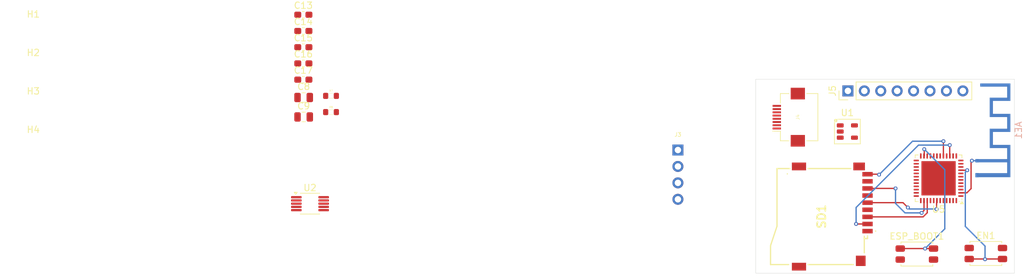
<source format=kicad_pcb>
(kicad_pcb (version 20241229) (generator "pcbnew") (generator_version "9.0")
  (layers (0 "F.Cu" signal) (2 "B.Cu" signal) (13 "F.Paste" user) (15 "B.Paste" user) (5 "F.SilkS" user "F.Silkscreen") (7 "B.SilkS" user "B.Silkscreen") (1 "F.Mask" user) (3 "B.Mask" user) (25 "Edge.Cuts" user))
  (net 0 "")
  (net 1 "Net-(AE1-A)")
  (net 2 "GND")
  (net 3 "+3.3V")
  (net 6 "+5V")
  (net 7 "/ESP_EN")
  (net 8 "/ESP_IO0")
  (net 12 "/TXD0_IO1")
  (net 13 "/RXD0_IO3")
  (net 14 "/RP_GP1_RX")
  (net 15 "/RP_GP0_TX")
  (net 17 "/USB_D-")
  (net 18 "/USB_D+")
  (net 19 "/SD_MOSI")
  (net 20 "/TFT_CS")
  (net 21 "/TFT_MOSI")
  (net 22 "/TFT_RES")
  (net 23 "/SD_CLK")
  (net 24 "/SD_MISO")
  (net 25 "/TFT_SCK")
  (net 26 "/SD_CS")
  (net 27 "/TFT_DC")
  (net 28 "/TFT_BL")
  (net 29 "/CARD_DETECT")
  (net 53 "/BL")
  (footprint "Mars_Library:TFT_FPC_8P_0.5mm" (layer "F.Cu") (at 165.1 55.88 90)
    (property "Reference" "J4" (at 0 1.397 90) (layer "F.SilkS") (effects (font (size 0.5 0.5) (thickness 0.07))))
    (property "Value" "FPC_8P_0.50mm")
    (fp_line (start 3.65 -1.3) (end 3.65 0.04) (stroke (width 0.12)) (layer "F.SilkS"))
    (fp_line (start 2.16 -1.3) (end 3.65 -1.3) (stroke (width 0.12)) (layer "F.SilkS"))
    (fp_line (start -2.16 -1.3) (end -2.16 -2.5) (stroke (width 0.12)) (layer "F.SilkS"))
    (fp_line (start -2.16 -1.3) (end -3.65 -1.3) (stroke (width 0.12)) (layer "F.SilkS"))
    (fp_line (start -3.65 -1.3) (end -3.65 0.04) (stroke (width 0.12)) (layer "F.SilkS"))
    (fp_line (start -3.65 2.76) (end -3.65 4.5) (stroke (width 0.12)) (layer "F.SilkS"))
    (fp_line (start 3.65 4.5) (end 3.65 2.76) (stroke (width 0.12)) (layer "F.SilkS"))
    (fp_line (start -3.65 4.5) (end 3.65 4.5) (stroke (width 0.12)) (layer "F.SilkS"))
    (pad "CS" smd rect (at 1.749999 -1.85 90) (size 0.3 1.3) (layers "F.Cu" "F.Mask" "F.Paste") (net 20 "/TFT_CS"))
    (pad "DC" smd rect (at -0.25 -1.85 90) (size 0.3 1.3) (layers "F.Cu" "F.Mask" "F.Paste") (net 27 "/TFT_DC"))
    (pad "GND" smd rect (at -1.25 -1.85 90) (size 0.3 1.3) (layers "F.Cu" "F.Mask" "F.Paste") (net 2 "GND"))
    (pad "LEDA" smd rect (at -1.749999 -1.85 90) (size 0.3 1.3) (layers "F.Cu" "F.Mask" "F.Paste") (net 28 "/TFT_BL"))
    (pad "MP" smd rect (at -3.65 1.4 90) (size 1.8 2.2) (layers "F.Cu" "F.Mask" "F.Paste"))
    (pad "MP" smd rect (at 3.65 1.4 90) (size 1.8 2.2) (layers "F.Cu" "F.Mask" "F.Paste"))
    (pad "RES" smd rect (at -0.750001 -1.85 90) (size 0.3 1.3) (layers "F.Cu" "F.Mask" "F.Paste") (net 22 "/TFT_RES"))
    (pad "SCL" smd rect (at 0.750001 -1.85 90) (size 0.3 1.3) (layers "F.Cu" "F.Mask" "F.Paste") (net 25 "/TFT_SCK"))
    (pad "SDA" smd rect (at 0.25 -1.85 90) (size 0.3 1.3) (layers "F.Cu" "F.Mask" "F.Paste") (net 21 "/TFT_MOSI"))
    (pad "VDD" smd rect (at 1.25 -1.85 90) (size 0.3 1.3) (layers "F.Cu" "F.Mask" "F.Paste") (net 3 "+3.3V"))
  )
  (footprint "Capacitor_SMD:C_0603_1608Metric_Pad1.08x0.95mm_HandSolder" (layer "F.Cu") (at 90.0247 47.5664)
    (property "Reference" "C16" (at 0 -1.43 0) (layer "F.SilkS"))
    (property "Value" "0.1u")
    (fp_line (start -0.146267 -0.51) (end 0.146267 -0.51) (stroke (width 0.12)) (layer "F.SilkS"))
    (fp_line (start -0.146267 0.51) (end 0.146267 0.51) (stroke (width 0.12)) (layer "F.SilkS"))
    (pad "1" smd roundrect (at -0.8625 0) (size 1.075 0.95) (layers "F.Cu" "F.Mask" "F.Paste") (net 3 "+3.3V"))
    (pad "2" smd roundrect (at 0.8625 0) (size 1.075 0.95) (layers "F.Cu" "F.Mask" "F.Paste") (net 2 "GND"))
  )
  (footprint "Connector_PinHeader_2.54mm:PinHeader_1x08_P2.54mm_Vertical" (layer "F.Cu") (at 174.244 51.816 90)
    (property "Reference" "J5" (at 0 -2.38 90) (layer "F.SilkS"))
    (property "Value" "Conn_01x08")
    (fp_line (start -1.38 -1.38) (end 0 -1.379999) (stroke (width 0.12)) (layer "F.SilkS"))
    (fp_line (start -1.379999 0) (end -1.38 -1.38) (stroke (width 0.12)) (layer "F.SilkS"))
    (fp_line (start 1.38 1.27) (end 1.379999 19.16) (stroke (width 0.12)) (layer "F.SilkS"))
    (fp_line (start -1.38 1.27) (end 1.38 1.27) (stroke (width 0.12)) (layer "F.SilkS"))
    (fp_line (start -1.38 1.27) (end -1.379999 19.16) (stroke (width 0.12)) (layer "F.SilkS"))
    (fp_line (start -1.379999 19.16) (end 1.379999 19.16) (stroke (width 0.12)) (layer "F.SilkS"))
    (pad "1" thru_hole rect (at 0 0 90) (size 1.7 1.7) (drill 1) (layers "*.Cu" "*.Mask") (net 2 "GND"))
    (pad "2" thru_hole circle (at 0 2.54 90) (size 1.7 1.7) (drill 1) (layers "*.Cu" "*.Mask") (net 3 "+3.3V"))
    (pad "3" thru_hole circle (at 0 5.079999 90) (size 1.7 1.7) (drill 1) (layers "*.Cu" "*.Mask") (net 25 "/TFT_SCK"))
    (pad "4" thru_hole circle (at 0 7.62 90) (size 1.7 1.7) (drill 1) (layers "*.Cu" "*.Mask") (net 21 "/TFT_MOSI"))
    (pad "5" thru_hole circle (at 0 10.16 90) (size 1.7 1.7) (drill 1) (layers "*.Cu" "*.Mask") (net 22 "/TFT_RES"))
    (pad "6" thru_hole circle (at 0 12.7 90) (size 1.7 1.7) (drill 1) (layers "*.Cu" "*.Mask") (net 27 "/TFT_DC"))
    (pad "7" thru_hole circle (at 0 15.24 90) (size 1.7 1.7) (drill 1) (layers "*.Cu" "*.Mask") (net 20 "/TFT_CS"))
    (pad "8" thru_hole circle (at 0 17.780001 90) (size 1.7 1.7) (drill 1) (layers "*.Cu" "*.Mask") (net 53 "/BL"))
  )
  (footprint "MountingHole:MountingHole_2.2mm_M2" (layer "F.Cu") (at 48.26 49.06)
    (property "Reference" "H2" (at 0 -3.15 0) (layer "F.SilkS"))
    (property "Value" "MountingHole")
    (pad "" np_thru_hole circle (at 0 0) (size 2.2 2.2) (drill 2.2) (layers "*.Cu" "*.Mask"))
  )
  (footprint "Button_Switch_SMD:SW_SPST_EVQP2_MiddlePushTravel_H2.5mm" (layer "F.Cu") (at 195.58 76.962)
    (property "Reference" "EN1" (at 0 -2.75 0) (layer "F.SilkS"))
    (property "Value" "ESP_EN")
    (fp_line (start -2.46 -1.86) (end -2.46 -1.61) (stroke (width 0.12)) (layer "F.SilkS"))
    (fp_line (start -2.46 1.61) (end -2.46 1.86) (stroke (width 0.12)) (layer "F.SilkS"))
    (fp_line (start -2.46 1.86) (end 2.46 1.86) (stroke (width 0.12)) (layer "F.SilkS"))
    (fp_line (start 2.46 -1.86) (end -2.46 -1.86) (stroke (width 0.12)) (layer "F.SilkS"))
    (fp_line (start 2.46 -1.86) (end 2.46 -1.61) (stroke (width 0.12)) (layer "F.SilkS"))
    (fp_line (start 2.46 1.61) (end 2.46 1.86) (stroke (width 0.12)) (layer "F.SilkS"))
    (pad "1" smd roundrect (at -2.575 -0.85) (size 1.45 1) (layers "F.Cu" "F.Mask" "F.Paste") (net 2 "GND"))
    (pad "1" smd roundrect (at 2.575 -0.85) (size 1.45 1) (layers "F.Cu" "F.Mask" "F.Paste") (net 2 "GND"))
    (pad "2" smd roundrect (at -2.575 0.85) (size 1.45 1) (layers "F.Cu" "F.Mask" "F.Paste") (net 7 "/ESP_EN"))
    (pad "2" smd roundrect (at 2.575 0.85) (size 1.45 1) (layers "F.Cu" "F.Mask" "F.Paste") (net 7 "/ESP_EN"))
  )
  (footprint "Capacitor_SMD:C_0603_1608Metric_Pad1.08x0.95mm_HandSolder" (layer "F.Cu") (at 90.0247 42.5464)
    (property "Reference" "C14" (at 0 -1.43 0) (layer "F.SilkS"))
    (property "Value" "1u")
    (fp_line (start -0.146267 -0.51) (end 0.146267 -0.51) (stroke (width 0.12)) (layer "F.SilkS"))
    (fp_line (start -0.146267 0.51) (end 0.146267 0.51) (stroke (width 0.12)) (layer "F.SilkS"))
    (pad "1" smd roundrect (at -0.8625 0) (size 1.075 0.95) (layers "F.Cu" "F.Mask" "F.Paste") (net 3 "+3.3V"))
    (pad "2" smd roundrect (at 0.8625 0) (size 1.075 0.95) (layers "F.Cu" "F.Mask" "F.Paste") (net 2 "GND"))
  )
  (footprint "MSD-1-A:MSD1A" (layer "F.Cu") (at 170.18 71.25 -90)
    (property "Reference" "SD1" (at 0 0 270) (layer "F.SilkS") (effects (font (size 1.27 1.27) (thickness 0.254))))
    (property "Value" "MSD-1-A" (hide yes))
    (fp_line (start 4.5 7.9) (end 7.425 7.9) (stroke (width 0.2)) (layer "F.SilkS"))
    (fp_line (start 7.425 7.9) (end 7.425 5.1) (stroke (width 0.2)) (layer "F.SilkS"))
    (fp_line (start -7.425 6.9) (end 1.5 6.9) (stroke (width 0.2)) (layer "F.SilkS"))
    (fp_line (start 1.5 6.9) (end 4.5 7.9) (stroke (width 0.2)) (layer "F.SilkS"))
    (fp_line (start -6.6 5.3) (end -6.6 5.3) (stroke (width 0.2)) (layer "F.SilkS"))
    (fp_line (start -7.425 4.9) (end -7.425 6.9) (stroke (width 0.2)) (layer "F.SilkS"))
    (fp_line (start 7.425 2.1) (end 7.425 -4.9) (stroke (width 0.2)) (layer "F.SilkS"))
    (fp_line (start -7.425 -4.5) (end -7.425 2.1) (stroke (width 0.2)) (layer "F.SilkS"))
    (fp_line (start 3.05 -6.6) (end 5.6 -6.6) (stroke (width 0.2)) (layer "F.SilkS"))
    (fp_line (start 3.4 -6.6) (end 3.4 -7.1) (stroke (width 0.2)) (layer "F.SilkS"))
    (fp_line (start 3.4 -7.1) (end 3 -7.1) (stroke (width 0.2)) (layer "F.SilkS"))
    (fp_line (start 2.25 -8.3) (end 2.25 -8.3) (stroke (width 0.1)) (layer "F.SilkS"))
    (fp_line (start 2.25 -8.4) (end 2.25 -8.4) (stroke (width 0.1)) (layer "F.SilkS"))
    (fp_arc (start 2.25 -8.3) (mid 2.2 -8.35) (end 2.25 -8.4) (stroke (width 0.1)) (layer "F.SilkS"))
    (fp_arc (start 2.25 -8.4) (mid 2.3 -8.35) (end 2.25 -8.3) (stroke (width 0.1)) (layer "F.SilkS"))
    (pad "" np_thru_hole circle (at -4.95 3.9 270) (size 1 1) (drill 1) (layers "*.Cu" "*.Mask"))
    (pad "" np_thru_hole circle (at 3.05 3.9 270) (size 1 1) (drill 1) (layers "*.Cu" "*.Mask"))
    (pad "1" smd rect (at 2.25 -7.1 270) (size 0.7 1.6) (layers "F.Cu" "F.Mask" "F.Paste"))
    (pad "2" smd rect (at 1.15 -7.1 270) (size 0.7 1.6) (layers "F.Cu" "F.Mask" "F.Paste") (net 26 "/SD_CS"))
    (pad "3" smd rect (at 0.05 -7.1 270) (size 0.7 1.6) (layers "F.Cu" "F.Mask" "F.Paste") (net 19 "/SD_MOSI"))
    (pad "4" smd rect (at -1.05 -7.1 270) (size 0.7 1.6) (layers "F.Cu" "F.Mask" "F.Paste") (net 3 "+3.3V"))
    (pad "5" smd rect (at -2.15 -7.1 270) (size 0.7 1.6) (layers "F.Cu" "F.Mask" "F.Paste") (net 23 "/SD_CLK"))
    (pad "6" smd rect (at -3.25 -7.1 270) (size 0.7 1.6) (layers "F.Cu" "F.Mask" "F.Paste") (net 2 "GND"))
    (pad "7" smd rect (at -4.35 -7.1 270) (size 0.7 1.6) (layers "F.Cu" "F.Mask" "F.Paste") (net 24 "/SD_MISO"))
    (pad "8" smd rect (at -5.45 -7.1 270) (size 0.7 1.6) (layers "F.Cu" "F.Mask" "F.Paste"))
    (pad "9" smd rect (at 6.85 -6.05) (size 1.5 1.6) (layers "F.Cu" "F.Mask" "F.Paste") (net 2 "GND"))
    (pad "10" smd rect (at -7.75 -5.8 270) (size 1.2 1.8) (layers "F.Cu" "F.Mask" "F.Paste") (net 2 "GND"))
    (pad "11" smd rect (at 7.75 3.5 270) (size 1.2 2.2) (layers "F.Cu" "F.Mask" "F.Paste") (net 2 "GND"))
    (pad "12" smd rect (at -7.75 3.5 270) (size 1.2 2.2) (layers "F.Cu" "F.Mask" "F.Paste") (net 2 "GND"))
    (pad "CD1" smd rect (at -6.55 -7.1 270) (size 0.7 1.6) (layers "F.Cu" "F.Mask" "F.Paste") (net 29 "/CARD_DETECT"))
  )
  (footprint "Capacitor_SMD:C_0603_1608Metric_Pad1.08x0.95mm_HandSolder" (layer "F.Cu") (at 90.0247 50.0764)
    (property "Reference" "C17" (at 0 -1.43 0) (layer "F.SilkS"))
    (property "Value" "10u")
    (fp_line (start -0.146267 -0.51) (end 0.146267 -0.51) (stroke (width 0.12)) (layer "F.SilkS"))
    (fp_line (start -0.146267 0.51) (end 0.146267 0.51) (stroke (width 0.12)) (layer "F.SilkS"))
    (pad "1" smd roundrect (at -0.8625 0) (size 1.075 0.95) (layers "F.Cu" "F.Mask" "F.Paste") (net 3 "+3.3V"))
    (pad "2" smd roundrect (at 0.8625 0) (size 1.075 0.95) (layers "F.Cu" "F.Mask" "F.Paste") (net 2 "GND"))
  )
  (footprint "Capacitor_SMD:C_0603_1608Metric_Pad1.08x0.95mm_HandSolder" (layer "F.Cu") (at 90.0247 40.0364)
    (property "Reference" "C13" (at 0 -1.43 0) (layer "F.SilkS"))
    (property "Value" "0.1u")
    (fp_line (start -0.146267 -0.51) (end 0.146267 -0.51) (stroke (width 0.12)) (layer "F.SilkS"))
    (fp_line (start -0.146267 0.51) (end 0.146267 0.51) (stroke (width 0.12)) (layer "F.SilkS"))
    (pad "1" smd roundrect (at -0.8625 0) (size 1.075 0.95) (layers "F.Cu" "F.Mask" "F.Paste") (net 3 "+3.3V"))
    (pad "2" smd roundrect (at 0.8625 0) (size 1.075 0.95) (layers "F.Cu" "F.Mask" "F.Paste") (net 2 "GND"))
  )
  (footprint "Capacitor_SMD:C_0603_1608Metric_Pad1.08x0.95mm_HandSolder" (layer "F.Cu") (at 90.0247 45.0564)
    (property "Reference" "C15" (at 0 -1.43 0) (layer "F.SilkS"))
    (property "Value" "0.1u")
    (fp_line (start -0.146267 -0.51) (end 0.146267 -0.51) (stroke (width 0.12)) (layer "F.SilkS"))
    (fp_line (start -0.146267 0.51) (end 0.146267 0.51) (stroke (width 0.12)) (layer "F.SilkS"))
    (pad "1" smd roundrect (at -0.8625 0) (size 1.075 0.95) (layers "F.Cu" "F.Mask" "F.Paste") (net 3 "+3.3V"))
    (pad "2" smd roundrect (at 0.8625 0) (size 1.075 0.95) (layers "F.Cu" "F.Mask" "F.Paste") (net 2 "GND"))
  )
  (footprint "Capacitor_SMD:C_0805_2012Metric" (layer "F.Cu") (at 90.0747 55.8464)
    (property "Reference" "C9" (at 0 -1.68 0) (layer "F.SilkS"))
    (property "Value" "4.7uF")
    (fp_line (start -0.261252 -0.735) (end 0.261252 -0.735) (stroke (width 0.12)) (layer "F.SilkS"))
    (fp_line (start -0.261252 0.735) (end 0.261252 0.735) (stroke (width 0.12)) (layer "F.SilkS"))
    (pad "1" smd roundrect (at -0.95 0) (size 1 1.45) (layers "F.Cu" "F.Mask" "F.Paste") (net 3 "+3.3V"))
    (pad "2" smd roundrect (at 0.95 0) (size 1 1.45) (layers "F.Cu" "F.Mask" "F.Paste") (net 2 "GND"))
  )
  (footprint "MountingHole:MountingHole_2.2mm_M2" (layer "F.Cu") (at 48.26 60.96)
    (property "Reference" "H4" (at 0 -3.15 0) (layer "F.SilkS"))
    (property "Value" "MountingHole")
    (pad "" np_thru_hole circle (at 0 0) (size 2.2 2.2) (drill 2.2) (layers "*.Cu" "*.Mask"))
  )
  (footprint "PCM_Package_TO_SOT_SMD_AKL:SOT-23-5" (layer "F.Cu") (at 174.16 58.1)
    (property "Reference" "U1" (at 0 -2.9 0) (layer "F.SilkS"))
    (property "Value" "AP2112K-3.3TRG1" (hide yes))
    (fp_line (start -2 -1.4) (end -2 1.9) (stroke (width 0.12)) (layer "F.SilkS"))
    (fp_line (start -2 1.9) (end 2 1.9) (stroke (width 0.12)) (layer "F.SilkS"))
    (fp_line (start 2 -1.9) (end -1.5 -1.9) (stroke (width 0.12)) (layer "F.SilkS"))
    (fp_line (start 2 1.9) (end 2 -1.9) (stroke (width 0.12)) (layer "F.SilkS"))
    (fp_circle (center -1.8 -1.7) (end -1.7365 -1.7) (stroke (width 0.2)) (fill no) (layer "F.SilkS"))
    (pad "1" smd roundrect (at -1.1 -0.95) (size 1.06 0.65) (layers "F.Cu" "F.Mask" "F.Paste") (net 6 "+5V"))
    (pad "2" smd roundrect (at -1.1 0) (size 1.06 0.65) (layers "F.Cu" "F.Mask" "F.Paste") (net 2 "GND"))
    (pad "3" smd roundrect (at -1.1 0.95) (size 1.06 0.65) (layers "F.Cu" "F.Mask" "F.Paste") (net 6 "+5V"))
    (pad "4" smd roundrect (at 1.1 0.95) (size 1.06 0.65) (layers "F.Cu" "F.Mask" "F.Paste"))
    (pad "5" smd roundrect (at 1.1 -0.95) (size 1.06 0.65) (layers "F.Cu" "F.Mask" "F.Paste") (net 3 "+3.3V"))
  )
  (footprint "Mars_Library:R_0603" (layer "F.Cu") (at 94.3047 55.0964)
    (property "Reference" "R8" (at 0 -0.762 0) (layer "F.SilkS") (effects (font (size 0.3 0.3) (thickness 0.04))))
    (property "Value" "10K")
    (fp_line (start -0.381 -0.381) (end 0.381 -0.381) (stroke (width 0.05)) (layer "F.SilkS"))
    (fp_line (start -0.381 0.381) (end 0.381 0.381) (stroke (width 0.05)) (layer "F.SilkS"))
    (pad "1" smd roundrect (at -0.825 0) (size 0.8 0.95) (layers "F.Cu" "F.Mask" "F.Paste") (net 8 "/ESP_IO0"))
    (pad "2" smd roundrect (at 0.825 0) (size 0.8 0.95) (layers "F.Cu" "F.Mask" "F.Paste") (net 3 "+3.3V"))
  )
  (footprint "Package_SO:MSOP-10_3x3mm_P0.5mm" (layer "F.Cu") (at 91.0547 69.2564)
    (property "Reference" "U2" (at 0 -2.45 0) (layer "F.SilkS"))
    (property "Value" "CH340E")
    (fp_line (start 0 -1.61) (end -1.5 -1.61) (stroke (width 0.12)) (layer "F.SilkS"))
    (fp_line (start 0 -1.61) (end 1.5 -1.61) (stroke (width 0.12)) (layer "F.SilkS"))
    (fp_line (start 0 1.61) (end -1.5 1.61) (stroke (width 0.12)) (layer "F.SilkS"))
    (fp_line (start 0 1.61) (end 1.5 1.61) (stroke (width 0.12)) (layer "F.SilkS"))
    (fp_poly (pts (xy -2.2125 -1.435) (xy -2.4525 -1.765) (xy -1.9725 -1.765)) (stroke (width 0.12)) (fill yes) (layer "F.SilkS"))
    (pad "1" smd roundrect (at -2.1125 -1) (size 1.625 0.35) (layers "F.Cu" "F.Mask" "F.Paste") (net 18 "/USB_D+"))
    (pad "2" smd roundrect (at -2.1125 -0.5) (size 1.625 0.35) (layers "F.Cu" "F.Mask" "F.Paste") (net 17 "/USB_D-"))
    (pad "3" smd roundrect (at -2.1125 0) (size 1.625 0.35) (layers "F.Cu" "F.Mask" "F.Paste") (net 2 "GND"))
    (pad "4" smd roundrect (at -2.1125 0.5) (size 1.625 0.35) (layers "F.Cu" "F.Mask" "F.Paste"))
    (pad "5" smd roundrect (at -2.1125 1) (size 1.625 0.35) (layers "F.Cu" "F.Mask" "F.Paste"))
    (pad "6" smd roundrect (at 2.1125 1) (size 1.625 0.35) (layers "F.Cu" "F.Mask" "F.Paste"))
    (pad "7" smd roundrect (at 2.1125 0.5) (size 1.625 0.35) (layers "F.Cu" "F.Mask" "F.Paste") (net 3 "+3.3V"))
    (pad "8" smd roundrect (at 2.1125 0) (size 1.625 0.35) (layers "F.Cu" "F.Mask" "F.Paste") (net 13 "/RXD0_IO3"))
    (pad "9" smd roundrect (at 2.1125 -0.5) (size 1.625 0.35) (layers "F.Cu" "F.Mask" "F.Paste") (net 12 "/TXD0_IO1"))
    (pad "10" smd roundrect (at 2.1125 -1) (size 1.625 0.35) (layers "F.Cu" "F.Mask" "F.Paste") (net 3 "+3.3V"))
  )
  (footprint "Mars_Library:R_0603" (layer "F.Cu") (at 94.3047 52.5864)
    (property "Reference" "R7" (at 0 -0.762 0) (layer "F.SilkS") (effects (font (size 0.3 0.3) (thickness 0.04))))
    (property "Value" "10K")
    (fp_line (start -0.381 -0.381) (end 0.381 -0.381) (stroke (width 0.05)) (layer "F.SilkS"))
    (fp_line (start -0.381 0.381) (end 0.381 0.381) (stroke (width 0.05)) (layer "F.SilkS"))
    (pad "1" smd roundrect (at -0.825 0) (size 0.8 0.95) (layers "F.Cu" "F.Mask" "F.Paste") (net 7 "/ESP_EN"))
    (pad "2" smd roundrect (at 0.825 0) (size 0.8 0.95) (layers "F.Cu" "F.Mask" "F.Paste") (net 3 "+3.3V"))
  )
  (footprint "MountingHole:MountingHole_2.2mm_M2" (layer "F.Cu") (at 48.26 43.11)
    (property "Reference" "H1" (at 0 -3.15 0) (layer "F.SilkS"))
    (property "Value" "MountingHole")
    (pad "" np_thru_hole circle (at 0 0) (size 2.2 2.2) (drill 2.2) (layers "*.Cu" "*.Mask"))
  )
  (footprint "MountingHole:MountingHole_2.2mm_M2" (layer "F.Cu") (at 48.26 55.01)
    (property "Reference" "H3" (at 0 -3.15 0) (layer "F.SilkS"))
    (property "Value" "MountingHole")
    (pad "" np_thru_hole circle (at 0 0) (size 2.2 2.2) (drill 2.2) (layers "*.Cu" "*.Mask"))
  )
  (footprint "Capacitor_SMD:C_0805_2012Metric" (layer "F.Cu") (at 90.0747 52.8364)
    (property "Reference" "C8" (at 0 -1.68 0) (layer "F.SilkS"))
    (property "Value" "4.7uF")
    (fp_line (start -0.261252 -0.735) (end 0.261252 -0.735) (stroke (width 0.12)) (layer "F.SilkS"))
    (fp_line (start -0.261252 0.735) (end 0.261252 0.735) (stroke (width 0.12)) (layer "F.SilkS"))
    (pad "1" smd roundrect (at -0.95 0) (size 1 1.45) (layers "F.Cu" "F.Mask" "F.Paste") (net 6 "+5V"))
    (pad "2" smd roundrect (at 0.95 0) (size 1 1.45) (layers "F.Cu" "F.Mask" "F.Paste") (net 2 "GND"))
  )
  (footprint "Package_DFN_QFN:QFN-48-1EP_7x7mm_P0.5mm_EP5.3x5.3mm" (layer "F.Cu") (at 188.266 65.33 180)
    (property "Reference" "U5" (at 0 -4.800001 0) (layer "F.SilkS"))
    (property "Value" "ESP32-PICO-D4")
    (fp_line (start 3.61 3.61) (end 3.61 3.135) (stroke (width 0.12)) (layer "F.SilkS"))
    (fp_line (start 3.61 -3.61) (end 3.61 -3.135) (stroke (width 0.12)) (layer "F.SilkS"))
    (fp_line (start 3.135 3.61) (end 3.61 3.61) (stroke (width 0.12)) (layer "F.SilkS"))
    (fp_line (start 3.135 -3.61) (end 3.61 -3.61) (stroke (width 0.12)) (layer "F.SilkS"))
    (fp_line (start -3.135 3.61) (end -3.61 3.61) (stroke (width 0.12)) (layer "F.SilkS"))
    (fp_line (start -3.135 -3.61) (end -3.31 -3.61) (stroke (width 0.12)) (layer "F.SilkS"))
    (fp_line (start -3.61 3.61) (end -3.61 3.135) (stroke (width 0.12)) (layer "F.SilkS"))
    (fp_line (start -3.61 -3.135) (end -3.61 -3.37) (stroke (width 0.12)) (layer "F.SilkS"))
    (fp_poly (pts (xy -3.61 -3.61) (xy -3.85 -3.94) (xy -3.37 -3.94)) (stroke (width 0.12)) (fill yes) (layer "F.SilkS"))
    (pad "1" smd roundrect (at -3.45 -2.75 180) (size 0.8 0.25) (layers "F.Cu" "F.Mask" "F.Paste") (net 3 "+3.3V"))
    (pad "2" smd roundrect (at -3.45 -2.25 180) (size 0.8 0.25) (layers "F.Cu" "F.Mask" "F.Paste") (net 1 "Net-(AE1-A)"))
    (pad "3" smd roundrect (at -3.45 -1.749999 180) (size 0.8 0.25) (layers "F.Cu" "F.Mask" "F.Paste") (net 3 "+3.3V"))
    (pad "4" smd roundrect (at -3.45 -1.25 180) (size 0.8 0.25) (layers "F.Cu" "F.Mask" "F.Paste") (net 3 "+3.3V"))
    (pad "5" smd roundrect (at -3.449999 -0.75 180) (size 0.8 0.25) (layers "F.Cu" "F.Mask" "F.Paste"))
    (pad "6" smd roundrect (at -3.45 -0.25 180) (size 0.8 0.25) (layers "F.Cu" "F.Mask" "F.Paste"))
    (pad "7" smd roundrect (at -3.45 0.25 180) (size 0.8 0.25) (layers "F.Cu" "F.Mask" "F.Paste"))
    (pad "8" smd roundrect (at -3.449999 0.75 180) (size 0.8 0.25) (layers "F.Cu" "F.Mask" "F.Paste"))
    (pad "9" smd roundrect (at -3.45 1.25 180) (size 0.8 0.25) (layers "F.Cu" "F.Mask" "F.Paste") (net 7 "/ESP_EN"))
    (pad "10" smd roundrect (at -3.45 1.749999 180) (size 0.8 0.25) (layers "F.Cu" "F.Mask" "F.Paste"))
    (pad "11" smd roundrect (at -3.45 2.25 180) (size 0.8 0.25) (layers "F.Cu" "F.Mask" "F.Paste"))
    (pad "12" smd roundrect (at -3.45 2.75 180) (size 0.8 0.25) (layers "F.Cu" "F.Mask" "F.Paste") (net 15 "/RP_GP0_TX"))
    (pad "13" smd roundrect (at -2.75 3.45 180) (size 0.25 0.8) (layers "F.Cu" "F.Mask" "F.Paste") (net 14 "/RP_GP1_RX"))
    (pad "14" smd roundrect (at -2.25 3.45 180) (size 0.25 0.8) (layers "F.Cu" "F.Mask" "F.Paste") (net 28 "/TFT_BL"))
    (pad "15" smd roundrect (at -1.749999 3.45 180) (size 0.25 0.8) (layers "F.Cu" "F.Mask" "F.Paste") (net 26 "/SD_CS"))
    (pad "16" smd roundrect (at -1.25 3.45 180) (size 0.25 0.8) (layers "F.Cu" "F.Mask" "F.Paste") (net 20 "/TFT_CS"))
    (pad "17" smd roundrect (at -0.75 3.449999 180) (size 0.25 0.8) (layers "F.Cu" "F.Mask" "F.Paste") (net 29 "/CARD_DETECT"))
    (pad "18" smd roundrect (at -0.25 3.45 180) (size 0.25 0.8) (layers "F.Cu" "F.Mask" "F.Paste"))
    (pad "19" smd roundrect (at 0.25 3.45 180) (size 0.25 0.8) (layers "F.Cu" "F.Mask" "F.Paste") (net 3 "+3.3V"))
    (pad "20" smd roundrect (at 0.75 3.449999 180) (size 0.25 0.8) (layers "F.Cu" "F.Mask" "F.Paste"))
    (pad "21" smd roundrect (at 1.25 3.45 180) (size 0.25 0.8) (layers "F.Cu" "F.Mask" "F.Paste"))
    (pad "22" smd roundrect (at 1.749999 3.45 180) (size 0.25 0.8) (layers "F.Cu" "F.Mask" "F.Paste") (net 27 "/TFT_DC"))
    (pad "23" smd roundrect (at 2.25 3.45 180) (size 0.25 0.8) (layers "F.Cu" "F.Mask" "F.Paste") (net 8 "/ESP_IO0"))
    (pad "24" smd roundrect (at 2.75 3.45 180) (size 0.25 0.8) (layers "F.Cu" "F.Mask" "F.Paste") (net 22 "/TFT_RES"))
    (pad "25" smd roundrect (at 3.45 2.75 180) (size 0.8 0.25) (layers "F.Cu" "F.Mask" "F.Paste"))
    (pad "26" smd roundrect (at 3.45 2.25 180) (size 0.8 0.25) (layers "F.Cu" "F.Mask" "F.Paste"))
    (pad "27" smd roundrect (at 3.45 1.749999 180) (size 0.8 0.25) (layers "F.Cu" "F.Mask" "F.Paste"))
    (pad "28" smd roundrect (at 3.45 1.25 180) (size 0.8 0.25) (layers "F.Cu" "F.Mask" "F.Paste"))
    (pad "29" smd roundrect (at 3.449999 0.75 180) (size 0.8 0.25) (layers "F.Cu" "F.Mask" "F.Paste"))
    (pad "30" smd roundrect (at 3.45 0.25 180) (size 0.8 0.25) (layers "F.Cu" "F.Mask" "F.Paste"))
    (pad "31" smd roundrect (at 3.45 -0.25 180) (size 0.8 0.25) (layers "F.Cu" "F.Mask" "F.Paste"))
    (pad "32" smd roundrect (at 3.449999 -0.75 180) (size 0.8 0.25) (layers "F.Cu" "F.Mask" "F.Paste"))
    (pad "33" smd roundrect (at 3.45 -1.25 180) (size 0.8 0.25) (layers "F.Cu" "F.Mask" "F.Paste"))
    (pad "34" smd roundrect (at 3.45 -1.749999 180) (size 0.8 0.25) (layers "F.Cu" "F.Mask" "F.Paste"))
    (pad "35" smd roundrect (at 3.45 -2.25 180) (size 0.8 0.25) (layers "F.Cu" "F.Mask" "F.Paste") (net 25 "/TFT_SCK"))
    (pad "36" smd roundrect (at 3.45 -2.75 180) (size 0.8 0.25) (layers "F.Cu" "F.Mask" "F.Paste") (net 21 "/TFT_MOSI"))
    (pad "37" smd roundrect (at 2.75 -3.45 180) (size 0.25 0.8) (layers "F.Cu" "F.Mask" "F.Paste") (net 3 "+3.3V"))
    (pad "38" smd roundrect (at 2.25 -3.45 180) (size 0.25 0.8) (layers "F.Cu" "F.Mask" "F.Paste") (net 24 "/SD_MISO"))
    (pad "39" smd roundrect (at 1.749999 -3.45 180) (size 0.25 0.8) (layers "F.Cu" "F.Mask" "F.Paste") (net 19 "/SD_MOSI"))
    (pad "40" smd roundrect (at 1.25 -3.45 180) (size 0.25 0.8) (layers "F.Cu" "F.Mask" "F.Paste") (net 13 "/RXD0_IO3"))
    (pad "41" smd roundrect (at 0.75 -3.449999 180) (size 0.25 0.8) (layers "F.Cu" "F.Mask" "F.Paste") (net 12 "/TXD0_IO1"))
    (pad "42" smd roundrect (at 0.25 -3.45 180) (size 0.25 0.8) (layers "F.Cu" "F.Mask" "F.Paste") (net 23 "/SD_CLK"))
    (pad "43" smd roundrect (at -0.25 -3.45 180) (size 0.25 0.8) (layers "F.Cu" "F.Mask" "F.Paste") (net 3 "+3.3V"))
    (pad "44" smd roundrect (at -0.75 -3.449999 180) (size 0.25 0.8) (layers "F.Cu" "F.Mask" "F.Paste"))
    (pad "45" smd roundrect (at -1.25 -3.45 180) (size 0.25 0.8) (layers "F.Cu" "F.Mask" "F.Paste"))
    (pad "46" smd roundrect (at -1.749999 -3.45 180) (size 0.25 0.8) (layers "F.Cu" "F.Mask" "F.Paste") (net 3 "+3.3V"))
    (pad "47" smd roundrect (at -2.25 -3.45 180) (size 0.25 0.8) (layers "F.Cu" "F.Mask" "F.Paste"))
    (pad "48" smd roundrect (at -2.75 -3.45 180) (size 0.25 0.8) (layers "F.Cu" "F.Mask" "F.Paste"))
    (pad "49" smd rect (at 0 0 180) (size 5.3 5.3) (property pad_prop_heatsink) (layers "F.Cu" "F.Mask") (net 2 "GND"))
  )
  (footprint "Mars_Library:SWD_Debug_PinHeader_1x04_P2.54mm" (layer "F.Cu") (at 147.955 60.96)
    (property "Reference" "J3" (at 0 -2.38 0) (layer "F.SilkS") (effects (font (size 0.6 0.6) (thickness 0.1))))
    (property "Value" "DEBUG")
    (pad "1" thru_hole rect (at 0 0) (size 1.7 1.7) (drill 1) (layers "*.Cu" "*.Mask") (net 13 "/RXD0_IO3"))
    (pad "2" thru_hole circle (at 0 2.54) (size 1.7 1.7) (drill 1) (layers "*.Cu" "*.Mask") (net 12 "/TXD0_IO1"))
    (pad "3" thru_hole circle (at 0 5.08) (size 1.7 1.7) (drill 1) (layers "*.Cu" "*.Mask") (net 2 "GND"))
    (pad "4" thru_hole circle (at 0 7.62) (size 1.7 1.7) (drill 1) (layers "*.Cu" "*.Mask") (net 3 "+3.3V"))
  )
  (footprint "Button_Switch_SMD:SW_SPST_EVQP2_MiddlePushTravel_H2.5mm" (layer "F.Cu") (at 184.912 77.05)
    (property "Reference" "ESP_BOOT1" (at 0 -2.75 0) (layer "F.SilkS"))
    (property "Value" "ESP_BOOT")
    (fp_line (start -2.46 -1.86) (end -2.46 -1.61) (stroke (width 0.12)) (layer "F.SilkS"))
    (fp_line (start -2.46 1.61) (end -2.46 1.86) (stroke (width 0.12)) (layer "F.SilkS"))
    (fp_line (start -2.46 1.86) (end 2.46 1.86) (stroke (width 0.12)) (layer "F.SilkS"))
    (fp_line (start 2.46 -1.86) (end -2.46 -1.86) (stroke (width 0.12)) (layer "F.SilkS"))
    (fp_line (start 2.46 -1.86) (end 2.46 -1.61) (stroke (width 0.12)) (layer "F.SilkS"))
    (fp_line (start 2.46 1.61) (end 2.46 1.86) (stroke (width 0.12)) (layer "F.SilkS"))
    (pad "1" smd roundrect (at -2.575 -0.85) (size 1.45 1) (layers "F.Cu" "F.Mask" "F.Paste") (net 8 "/ESP_IO0"))
    (pad "1" smd roundrect (at 2.575 -0.85) (size 1.45 1) (layers "F.Cu" "F.Mask" "F.Paste") (net 8 "/ESP_IO0"))
    (pad "2" smd roundrect (at -2.575 0.85) (size 1.45 1) (layers "F.Cu" "F.Mask" "F.Paste") (net 2 "GND"))
    (pad "2" smd roundrect (at 2.575 0.85) (size 1.45 1) (layers "F.Cu" "F.Mask" "F.Paste") (net 2 "GND"))
  )
  (footprint "ESP_Antenna:ESPRESSIF_ESP32_MIFA_2.4GHz_Right" (layer "B.Cu") (at 194.225 62.462 90)
    (property "Reference" "AE1" (at 4.549999 6.41 90) (layer "B.SilkS") (effects (justify mirror)))
    (property "Value" "Antenna")
    (fp_poly (pts (xy 2.3 2.45) (xy 4.3 2.45) (xy 4.3 5.15) (xy 7.1 5.15) (xy 7.100001 2.45) (xy 9.1 2.45) (xy 9.1 5.15) (xy 11.8 5.15) (xy 11.8 0.48) (xy 11.3 0.48) (xy 11.3 4.65) (xy 9.600001 4.65) (xy 9.6 1.95) (xy 6.6 1.95) (xy 6.6 4.65) (xy 4.8 4.65) (xy 4.8 1.95) (xy 1.8 1.95) (xy 1.8 4.65) (xy 0.1 4.65) (xy 0.1 -0.26) (xy -0.4 -0.26) (xy -0.4 4.65) (xy -2.070001 4.65) (xy -2.07 -0.26) (xy -2.7 -0.26) (xy -2.7 -0.006785) (xy -2.397583 -0.006785) (xy -2.387742 -0.054396) (xy -2.363674 -0.096797) (xy -2.325731 -0.129581) (xy -2.317819 -0.133935) (xy -2.275156 -0.146043) (xy -2.226638 -0.1453) (xy -2.181122 -0.1324) (xy -2.162511 -0.121787) (xy -2.128868 -0.086553) (xy -2.108309 -0.041368) (xy -2.101778 0.008158) (xy -2.110218 0.056417) (xy -2.127112 0.088643) (xy -2.162372 0.121313) (xy -2.207681 0.141408) (xy -2.257267 0.147982) (xy -2.305353 0.140092) (xy -2.338245 0.123186) (xy -2.373185 0.086416) (xy -2.392847 0.041622) (xy -2.397583 -0.006785) (xy -2.7 -0.028392) (xy -2.7 5.15) (xy 2.300001 5.15) (xy 2.300001 2.51)) (fill yes) (layer "B.Cu"))
    (pad "1" connect rect (at -0.15 -0.01 90) (size 0.5 0.5) (layers "B.Cu") (net 1 "Net-(AE1-A)"))
    (pad "2" smd rect (at -2.385 -0.01 90) (size 0.63 0.5) (layers "B.Cu" "B.Mask"))
  )
  (gr_rect (start 160 50) (end 200 80) (stroke (width 0.05)) (fill no) (layer "Edge.Cuts"))
  (segment (start 193.294 62.738) (end 193.294 66.929) (width 0.2) (layer "F.Cu") (net 1))
  (segment (start 193.294 66.929) (end 192.643 67.58) (width 0.2) (layer "F.Cu") (net 1))
  (segment (start 192.643 67.58) (end 191.716 67.58) (width 0.2) (layer "F.Cu") (net 1))
  (segment (start 193.421 62.611) (end 193.294 62.738) (width 0.2) (layer "F.Cu") (net 1))
  (via (at 193.421 62.611) (size 0.6) (drill 0.3) (layers "F.Cu" "B.Cu") (net 1))
  (segment (start 193.421 62.611) (end 194.183 62.611) (width 0.2) (layer "B.Cu") (net 1))
  (segment (start 193.005 77.812) (end 195.414 77.812) (width 0.2) (layer "F.Cu") (net 7))
  (segment (start 195.414 77.812) (end 195.453 77.851) (width 0.2) (layer "F.Cu") (net 7))
  (segment (start 195.492 77.812) (end 195.453 77.851) (width 0.2) (layer "F.Cu") (net 7))
  (segment (start 192.694 64.088378) (end 191.724378 64.088378) (width 0.2) (layer "F.Cu") (net 7))
  (segment (start 191.724378 64.088378) (end 191.716 64.08) (width 0.2) (layer "F.Cu") (net 7))
  (segment (start 198.155 77.812) (end 195.492 77.812) (width 0.2) (layer "F.Cu") (net 7))
  (via (at 192.694 64.088378) (size 0.6) (drill 0.3) (layers "F.Cu" "B.Cu") (net 7))
  (via (at 195.453 77.851) (size 0.6) (drill 0.3) (layers "F.Cu" "B.Cu") (net 7))
  (segment (start 195.453 75.819) (end 192.405 72.771) (width 0.2) (layer "B.Cu") (net 7))
  (segment (start 192.405 64.377378) (end 192.694 64.088378) (width 0.2) (layer "B.Cu") (net 7))
  (segment (start 195.453 77.851) (end 195.453 75.819) (width 0.2) (layer "B.Cu") (net 7))
  (segment (start 192.405 72.771) (end 192.405 64.377378) (width 0.2) (layer "B.Cu") (net 7))
  (segment (start 182.337 76.2) (end 186.182 76.2) (width 0.2) (layer "F.Cu") (net 8))
  (segment (start 186.055 61.841) (end 186.016 61.88) (width 0.2) (layer "F.Cu") (net 8))
  (segment (start 186.182 76.2) (end 187.487 76.2) (width 0.2) (layer "F.Cu") (net 8))
  (segment (start 186.055 60.833) (end 186.055 61.841) (width 0.2) (layer "F.Cu") (net 8))
  (via (at 186.055 60.833) (size 0.6) (drill 0.3) (layers "F.Cu" "B.Cu") (net 8))
  (via (at 186.182 76.2) (size 0.6) (drill 0.3) (layers "F.Cu" "B.Cu") (net 8))
  (segment (start 189.23 64.008) (end 186.055 60.833) (width 0.2) (layer "B.Cu") (net 8))
  (segment (start 189.23 73.152) (end 189.23 64.008) (width 0.2) (layer "B.Cu") (net 8))
  (segment (start 186.182 76.2) (end 189.23 73.152) (width 0.2) (layer "B.Cu") (net 8))
  (segment (start 186.516001 70.658999) (end 186.516001 68.78) (width 0.2) (layer "F.Cu") (net 19))
  (segment (start 185.875 71.3) (end 186.516001 70.658999) (width 0.2) (layer "F.Cu") (net 19))
  (segment (start 177.28 71.3) (end 185.875 71.3) (width 0.2) (layer "F.Cu") (net 19))
  (segment (start 183.515 69.85) (end 182.765 69.1) (width 0.2) (layer "F.Cu") (net 23))
  (segment (start 187.96 70.104) (end 187.96 68.836) (width 0.2) (layer "F.Cu") (net 23))
  (segment (start 182.765 69.1) (end 177.280001 69.1) (width 0.2) (layer "F.Cu") (net 23))
  (segment (start 187.96 68.836) (end 188.016 68.78) (width 0.2) (layer "F.Cu") (net 23))
  (via (at 183.515 69.85) (size 0.6) (drill 0.3) (layers "F.Cu" "B.Cu") (net 23))
  (via (at 187.96 70.104) (size 0.6) (drill 0.3) (layers "F.Cu" "B.Cu") (net 23))
  (segment (start 183.746 70.081) (end 187.937 70.081) (width 0.2) (layer "B.Cu") (net 23))
  (segment (start 183.515 69.85) (end 183.746 70.081) (width 0.2) (layer "B.Cu") (net 23))
  (segment (start 187.937 70.081) (end 187.96 70.104) (width 0.2) (layer "B.Cu") (net 23))
  (segment (start 177.280001 66.9) (end 181.61 66.9) (width 0.2) (layer "F.Cu") (net 24))
  (segment (start 186.016 70.310472) (end 185.645472 70.681) (width 0.2) (layer "F.Cu") (net 24))
  (segment (start 186.016 68.78) (end 186.016 70.310472) (width 0.2) (layer "F.Cu") (net 24))
  (via (at 181.61 66.9) (size 0.6) (drill 0.3) (layers "F.Cu" "B.Cu") (net 24))
  (via (at 185.645472 70.681) (size 0.6) (drill 0.3) (layers "F.Cu" "B.Cu") (net 24))
  (segment (start 181.61 69.215) (end 181.61 66.9) (width 0.2) (layer "B.Cu") (net 24))
  (segment (start 185.645472 70.681) (end 183.076 70.681) (width 0.2) (layer "B.Cu") (net 24))
  (segment (start 183.076 70.681) (end 181.61 69.215) (width 0.2) (layer "B.Cu") (net 24))
  (segment (start 175.524 72.4) (end 175.514 72.39) (width 0.2) (layer "F.Cu") (net 26))
  (segment (start 189.992 60.198) (end 189.992 61.856001) (width 0.2) (layer "F.Cu") (net 26))
  (segment (start 177.28 72.4) (end 175.524 72.4) (width 0.2) (layer "F.Cu") (net 26))
  (segment (start 189.992 61.856001) (end 190.015999 61.88) (width 0.2) (layer "F.Cu") (net 26))
  (via (at 175.514 72.39) (size 0.6) (drill 0.3) (layers "F.Cu" "B.Cu") (net 26))
  (via (at 189.992 60.198) (size 0.6) (drill 0.3) (layers "F.Cu" "B.Cu") (net 26))
  (segment (start 175.514 72.39) (end 175.514 69.847035) (width 0.2) (layer "B.Cu") (net 26))
  (segment (start 175.514 69.847035) (end 185.163035 60.198) (width 0.2) (layer "B.Cu") (net 26))
  (segment (start 185.163035 60.198) (end 189.992 60.198) (width 0.2) (layer "B.Cu") (net 26))
  (segment (start 179 64.7) (end 179.07 64.77) (width 0.2) (layer "F.Cu") (net 29))
  (segment (start 177.28 64.7) (end 179 64.7) (width 0.2) (layer "F.Cu") (net 29))
  (segment (start 189.016 59.5988) (end 189.016 61.880001) (width 0.2) (layer "F.Cu") (net 29))
  (segment (start 189.0152 59.598) (end 189.016 59.5988) (width 0.2) (layer "F.Cu") (net 29))
  (via (at 179.07 64.77) (size 0.6) (drill 0.3) (layers "F.Cu" "B.Cu") (net 29))
  (via (at 189.0152 59.598) (size 0.6) (drill 0.3) (layers "F.Cu" "B.Cu") (net 29))
  (segment (start 179.07 64.77) (end 184.242 59.598) (width 0.2) (layer "B.Cu") (net 29))
  (segment (start 184.242 59.598) (end 189.0152 59.598) (width 0.2) (layer "B.Cu") (net 29))
)
</source>
